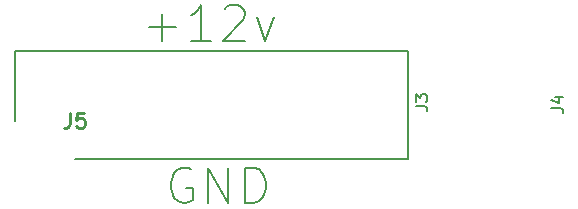
<source format=gbr>
%TF.GenerationSoftware,KiCad,Pcbnew,(5.1.6)-1*%
%TF.CreationDate,2021-12-15T21:30:18+00:00*%
%TF.ProjectId,elegoo_mars_heater,656c6567-6f6f-45f6-9d61-72735f686561,rev?*%
%TF.SameCoordinates,Original*%
%TF.FileFunction,Legend,Top*%
%TF.FilePolarity,Positive*%
%FSLAX46Y46*%
G04 Gerber Fmt 4.6, Leading zero omitted, Abs format (unit mm)*
G04 Created by KiCad (PCBNEW (5.1.6)-1) date 2021-12-15 21:30:18*
%MOMM*%
%LPD*%
G01*
G04 APERTURE LIST*
%ADD10C,0.150000*%
%ADD11C,0.200000*%
%ADD12C,0.254000*%
G04 APERTURE END LIST*
D10*
X153964285Y-80250000D02*
X153678571Y-80107142D01*
X153250000Y-80107142D01*
X152821428Y-80250000D01*
X152535714Y-80535714D01*
X152392857Y-80821428D01*
X152250000Y-81392857D01*
X152250000Y-81821428D01*
X152392857Y-82392857D01*
X152535714Y-82678571D01*
X152821428Y-82964285D01*
X153250000Y-83107142D01*
X153535714Y-83107142D01*
X153964285Y-82964285D01*
X154107142Y-82821428D01*
X154107142Y-81821428D01*
X153535714Y-81821428D01*
X155392857Y-83107142D02*
X155392857Y-80107142D01*
X157107142Y-83107142D01*
X157107142Y-80107142D01*
X158535714Y-83107142D02*
X158535714Y-80107142D01*
X159250000Y-80107142D01*
X159678571Y-80250000D01*
X159964285Y-80535714D01*
X160107142Y-80821428D01*
X160250000Y-81392857D01*
X160250000Y-81821428D01*
X160107142Y-82392857D01*
X159964285Y-82678571D01*
X159678571Y-82964285D01*
X159250000Y-83107142D01*
X158535714Y-83107142D01*
X150357142Y-68214285D02*
X152642857Y-68214285D01*
X151500000Y-69357142D02*
X151500000Y-67071428D01*
X155642857Y-69357142D02*
X153928571Y-69357142D01*
X154785714Y-69357142D02*
X154785714Y-66357142D01*
X154500000Y-66785714D01*
X154214285Y-67071428D01*
X153928571Y-67214285D01*
X156785714Y-66642857D02*
X156928571Y-66500000D01*
X157214285Y-66357142D01*
X157928571Y-66357142D01*
X158214285Y-66500000D01*
X158357142Y-66642857D01*
X158500000Y-66928571D01*
X158500000Y-67214285D01*
X158357142Y-67642857D01*
X156642857Y-69357142D01*
X158500000Y-69357142D01*
X159500000Y-67357142D02*
X160214285Y-69357142D01*
X160928571Y-67357142D01*
D11*
%TO.C,J5*%
X144116000Y-79359000D02*
X172356000Y-79359000D01*
X172356000Y-79359000D02*
X172356000Y-70209000D01*
X172356000Y-70209000D02*
X139036000Y-70209000D01*
X139036000Y-70209000D02*
X139036000Y-76154000D01*
%TO.C,J4*%
D10*
X184463380Y-75067333D02*
X185177666Y-75067333D01*
X185320523Y-75114952D01*
X185415761Y-75210190D01*
X185463380Y-75353047D01*
X185463380Y-75448285D01*
X184796714Y-74162571D02*
X185463380Y-74162571D01*
X184415761Y-74400666D02*
X185130047Y-74638761D01*
X185130047Y-74019714D01*
%TO.C,J3*%
X172963380Y-74907333D02*
X173677666Y-74907333D01*
X173820523Y-74954952D01*
X173915761Y-75050190D01*
X173963380Y-75193047D01*
X173963380Y-75288285D01*
X172963380Y-74526380D02*
X172963380Y-73907333D01*
X173344333Y-74240666D01*
X173344333Y-74097809D01*
X173391952Y-74002571D01*
X173439571Y-73954952D01*
X173534809Y-73907333D01*
X173772904Y-73907333D01*
X173868142Y-73954952D01*
X173915761Y-74002571D01*
X173963380Y-74097809D01*
X173963380Y-74383523D01*
X173915761Y-74478761D01*
X173868142Y-74526380D01*
%TO.C,J5*%
D12*
X143692666Y-75458523D02*
X143692666Y-76365666D01*
X143632190Y-76547095D01*
X143511238Y-76668047D01*
X143329809Y-76728523D01*
X143208857Y-76728523D01*
X144902190Y-75458523D02*
X144297428Y-75458523D01*
X144236952Y-76063285D01*
X144297428Y-76002809D01*
X144418380Y-75942333D01*
X144720761Y-75942333D01*
X144841714Y-76002809D01*
X144902190Y-76063285D01*
X144962666Y-76184238D01*
X144962666Y-76486619D01*
X144902190Y-76607571D01*
X144841714Y-76668047D01*
X144720761Y-76728523D01*
X144418380Y-76728523D01*
X144297428Y-76668047D01*
X144236952Y-76607571D01*
%TD*%
M02*

</source>
